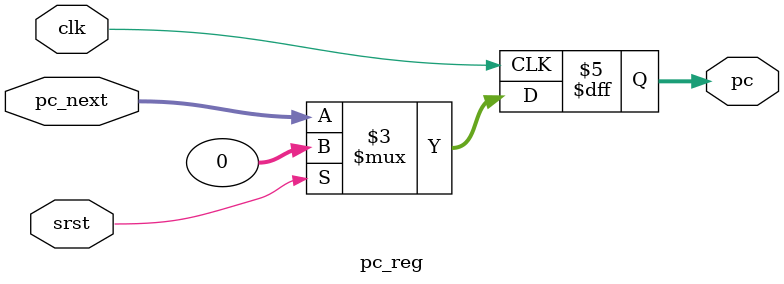
<source format=sv>
module pc_reg (
	input               clk    , // Clock
	input               srst   , // Asynchronous reset active low
	input        [31:0] pc_next,
	output logic [31:0] pc
);

	always_ff @(posedge clk) begin : proc_program_counter
		if(srst) begin
			pc <= 0;
		end else begin
			pc <= pc_next ;
		end
	end
	
endmodule
</source>
